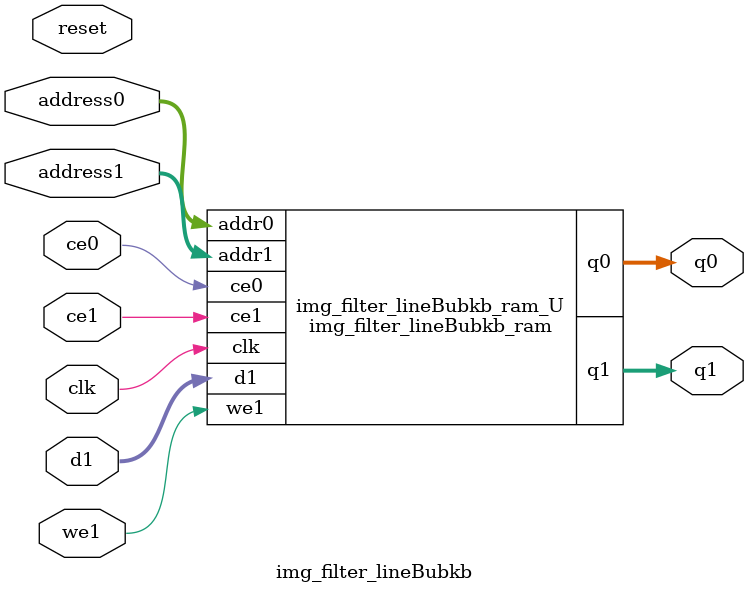
<source format=v>

`timescale 1 ns / 1 ps
module img_filter_lineBubkb_ram (addr0, ce0, q0, addr1, ce1, d1, we1, q1,  clk);

parameter DWIDTH = 8;
parameter AWIDTH = 10;
parameter MEM_SIZE = 640;

input[AWIDTH-1:0] addr0;
input ce0;
output reg[DWIDTH-1:0] q0;
input[AWIDTH-1:0] addr1;
input ce1;
input[DWIDTH-1:0] d1;
input we1;
output reg[DWIDTH-1:0] q1;
input clk;

(* ram_style = "block" *)reg [DWIDTH-1:0] ram[0:MEM_SIZE-1];




always @(posedge clk)  
begin 
    if (ce0) 
    begin
            q0 <= ram[addr0];
    end
end


always @(posedge clk)  
begin 
    if (ce1) 
    begin
        if (we1) 
        begin 
            ram[addr1] <= d1; 
            q1 <= d1;
        end 
        else 
            q1 <= ram[addr1];
    end
end


endmodule


`timescale 1 ns / 1 ps
module img_filter_lineBubkb(
    reset,
    clk,
    address0,
    ce0,
    q0,
    address1,
    ce1,
    we1,
    d1,
    q1);

parameter DataWidth = 32'd8;
parameter AddressRange = 32'd640;
parameter AddressWidth = 32'd10;
input reset;
input clk;
input[AddressWidth - 1:0] address0;
input ce0;
output[DataWidth - 1:0] q0;
input[AddressWidth - 1:0] address1;
input ce1;
input we1;
input[DataWidth - 1:0] d1;
output[DataWidth - 1:0] q1;



img_filter_lineBubkb_ram img_filter_lineBubkb_ram_U(
    .clk( clk ),
    .addr0( address0 ),
    .ce0( ce0 ),
    .q0( q0 ),
    .addr1( address1 ),
    .ce1( ce1 ),
    .d1( d1 ),
    .we1( we1 ),
    .q1( q1 ));

endmodule


</source>
